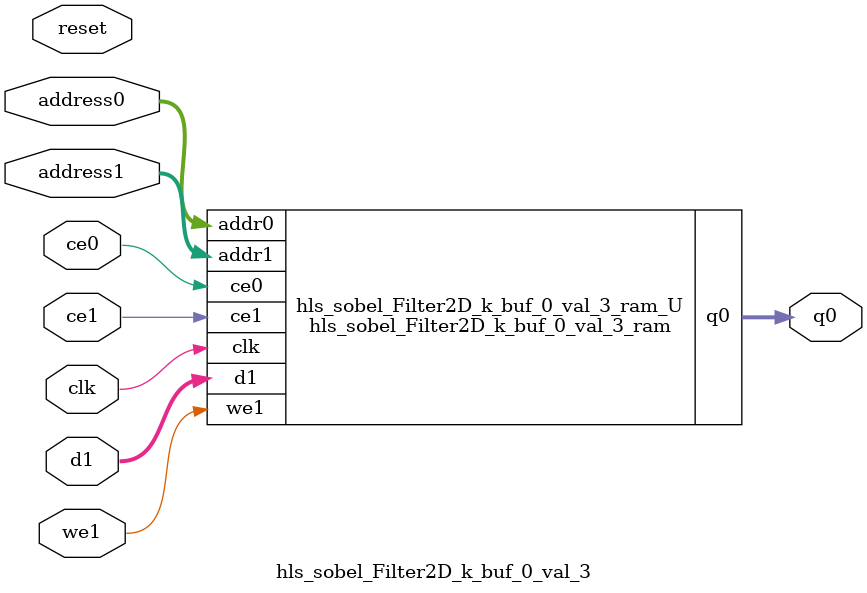
<source format=v>

`timescale 1 ns / 1 ps
module hls_sobel_Filter2D_k_buf_0_val_3_ram (addr0, ce0, q0, addr1, ce1, d1, we1,  clk);

parameter DWIDTH = 8;
parameter AWIDTH = 11;
parameter MEM_SIZE = 1920;

input[AWIDTH-1:0] addr0;
input ce0;
output reg[DWIDTH-1:0] q0;
input[AWIDTH-1:0] addr1;
input ce1;
input[DWIDTH-1:0] d1;
input we1;
input clk;

(* ram_style = "block" *)reg [DWIDTH-1:0] ram[MEM_SIZE-1:0];




always @(posedge clk)  
begin 
    if (ce0) 
    begin
            q0 <= ram[addr0];
    end
end


always @(posedge clk)  
begin 
    if (ce1) 
    begin
        if (we1) 
        begin 
            ram[addr1] <= d1; 
        end 
    end
end


endmodule


`timescale 1 ns / 1 ps
module hls_sobel_Filter2D_k_buf_0_val_3(
    reset,
    clk,
    address0,
    ce0,
    q0,
    address1,
    ce1,
    we1,
    d1);

parameter DataWidth = 32'd8;
parameter AddressRange = 32'd1920;
parameter AddressWidth = 32'd11;
input reset;
input clk;
input[AddressWidth - 1:0] address0;
input ce0;
output[DataWidth - 1:0] q0;
input[AddressWidth - 1:0] address1;
input ce1;
input we1;
input[DataWidth - 1:0] d1;



hls_sobel_Filter2D_k_buf_0_val_3_ram hls_sobel_Filter2D_k_buf_0_val_3_ram_U(
    .clk( clk ),
    .addr0( address0 ),
    .ce0( ce0 ),
    .q0( q0 ),
    .addr1( address1 ),
    .ce1( ce1 ),
    .d1( d1 ),
    .we1( we1 ));

endmodule


</source>
